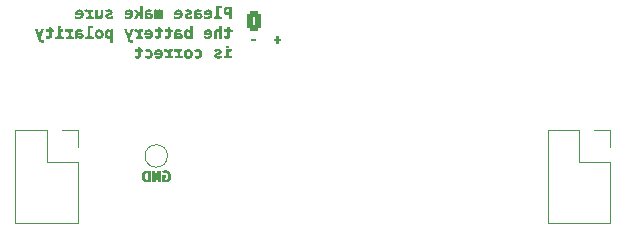
<source format=gbo>
G04 #@! TF.GenerationSoftware,KiCad,Pcbnew,9.0.1*
G04 #@! TF.CreationDate,2025-05-19T19:02:10+12:00*
G04 #@! TF.ProjectId,breadbat,62726561-6462-4617-942e-6b696361645f,v1.0.0*
G04 #@! TF.SameCoordinates,Original*
G04 #@! TF.FileFunction,Legend,Bot*
G04 #@! TF.FilePolarity,Positive*
%FSLAX46Y46*%
G04 Gerber Fmt 4.6, Leading zero omitted, Abs format (unit mm)*
G04 Created by KiCad (PCBNEW 9.0.1) date 2025-05-19 19:02:10*
%MOMM*%
%LPD*%
G01*
G04 APERTURE LIST*
G04 Aperture macros list*
%AMRoundRect*
0 Rectangle with rounded corners*
0 $1 Rounding radius*
0 $2 $3 $4 $5 $6 $7 $8 $9 X,Y pos of 4 corners*
0 Add a 4 corners polygon primitive as box body*
4,1,4,$2,$3,$4,$5,$6,$7,$8,$9,$2,$3,0*
0 Add four circle primitives for the rounded corners*
1,1,$1+$1,$2,$3*
1,1,$1+$1,$4,$5*
1,1,$1+$1,$6,$7*
1,1,$1+$1,$8,$9*
0 Add four rect primitives between the rounded corners*
20,1,$1+$1,$2,$3,$4,$5,0*
20,1,$1+$1,$4,$5,$6,$7,0*
20,1,$1+$1,$6,$7,$8,$9,0*
20,1,$1+$1,$8,$9,$2,$3,0*%
G04 Aperture macros list end*
%ADD10C,0.153000*%
%ADD11C,0.080000*%
%ADD12O,1.200000X1.750000*%
%ADD13RoundRect,0.250000X-0.350000X-0.625000X0.350000X-0.625000X0.350000X0.625000X-0.350000X0.625000X0*%
%ADD14O,1.000000X1.700000*%
%ADD15R,1.700000X1.700000*%
%ADD16C,1.700000*%
%ADD17C,1.500000*%
%ADD18C,0.800000*%
%ADD19C,0.600000*%
G04 APERTURE END LIST*
D10*
G36*
X99367512Y-60284497D02*
G01*
X99367512Y-60074509D01*
X98947475Y-60074509D01*
X98947475Y-60284497D01*
X99367512Y-60284497D01*
G37*
G36*
X101251313Y-60502100D02*
G01*
X101251313Y-60255720D01*
X101479497Y-60255720D01*
X101479497Y-60072294D01*
X101251313Y-60072294D01*
X101251313Y-59821700D01*
X101065078Y-59821700D01*
X101065078Y-60072294D01*
X100835490Y-60072294D01*
X100835490Y-60255720D01*
X101065078Y-60255720D01*
X101065078Y-60502100D01*
X101251313Y-60502100D01*
G37*
G36*
X91663274Y-72261482D02*
G01*
X91743877Y-72257214D01*
X91813672Y-72245132D01*
X91874124Y-72226090D01*
X91926507Y-72200605D01*
X91974969Y-72166866D01*
X92016362Y-72126923D01*
X92051242Y-72080331D01*
X92079830Y-72026338D01*
X92106590Y-71949163D01*
X92123505Y-71860201D01*
X92129473Y-71757487D01*
X92124057Y-71656681D01*
X92108732Y-71569513D01*
X92084580Y-71494121D01*
X92052251Y-71428890D01*
X92011931Y-71372500D01*
X91962261Y-71324036D01*
X91904310Y-71285963D01*
X91836850Y-71257883D01*
X91758151Y-71240159D01*
X91666083Y-71233892D01*
X91581348Y-71238609D01*
X91506531Y-71252088D01*
X91436100Y-71272890D01*
X91376289Y-71296906D01*
X91449073Y-71495720D01*
X91496026Y-71474449D01*
X91543595Y-71458595D01*
X91592381Y-71448616D01*
X91642269Y-71445284D01*
X91700781Y-71450568D01*
X91749434Y-71465459D01*
X91790158Y-71489254D01*
X91824291Y-71522281D01*
X91850071Y-71561874D01*
X91869759Y-71611577D01*
X91882623Y-71673582D01*
X91887306Y-71750526D01*
X91880869Y-71837950D01*
X91863093Y-71908512D01*
X91835526Y-71965399D01*
X91806273Y-72000990D01*
X91770655Y-72026141D01*
X91727432Y-72041740D01*
X91674509Y-72047281D01*
X91637445Y-72044534D01*
X91593299Y-72036107D01*
X91593299Y-71856894D01*
X91709497Y-71856894D01*
X91709497Y-71662294D01*
X91373480Y-71662294D01*
X91373480Y-72201277D01*
X91452586Y-72229547D01*
X91522590Y-72247500D01*
X91592333Y-72257979D01*
X91663274Y-72261482D01*
G37*
G36*
X91262288Y-72247500D02*
G01*
X91262288Y-71247875D01*
X90930484Y-71247875D01*
X90741502Y-72027681D01*
X90735884Y-72027681D01*
X90749195Y-71859703D01*
X90754080Y-71721095D01*
X90754080Y-71247875D01*
X90534262Y-71247875D01*
X90534262Y-72247500D01*
X90857700Y-72247500D01*
X91052301Y-71474715D01*
X91057857Y-71474715D01*
X91049492Y-71593722D01*
X91045279Y-71673529D01*
X91043203Y-71732330D01*
X91042470Y-71788323D01*
X91042470Y-72247500D01*
X91262288Y-72247500D01*
G37*
G36*
X90423070Y-72247500D02*
G01*
X90140237Y-72247500D01*
X90044714Y-72240448D01*
X89961641Y-72220319D01*
X89888972Y-72188026D01*
X89839444Y-72154987D01*
X89795883Y-72115075D01*
X89757856Y-72067778D01*
X89725207Y-72012294D01*
X89700814Y-71953924D01*
X89682614Y-71887636D01*
X89671116Y-71812315D01*
X89667538Y-71736482D01*
X89914862Y-71736482D01*
X89918968Y-71813969D01*
X89930220Y-71876438D01*
X89947324Y-71926432D01*
X89969450Y-71966132D01*
X89999748Y-71999830D01*
X90036805Y-72023965D01*
X90082004Y-72039079D01*
X90137489Y-72044473D01*
X90190673Y-72044473D01*
X90190673Y-71450901D01*
X90122041Y-71450901D01*
X90067657Y-71456597D01*
X90023629Y-71472567D01*
X89987665Y-71498256D01*
X89958426Y-71534623D01*
X89935720Y-71584005D01*
X89920525Y-71649854D01*
X89914862Y-71736482D01*
X89667538Y-71736482D01*
X89667077Y-71726713D01*
X89672586Y-71631764D01*
X89688116Y-71550588D01*
X89712529Y-71481167D01*
X89745207Y-71421787D01*
X89786085Y-71371095D01*
X89835647Y-71328100D01*
X89892619Y-71294194D01*
X89958091Y-71269175D01*
X90033514Y-71253422D01*
X90120636Y-71247875D01*
X90423070Y-71247875D01*
X90423070Y-72247500D01*
G37*
G36*
X97293480Y-58397500D02*
G01*
X97062487Y-58397500D01*
X97062487Y-58065696D01*
X96930901Y-58065696D01*
X96847021Y-58059733D01*
X96779968Y-58043352D01*
X96726531Y-58018129D01*
X96679423Y-57982422D01*
X96642382Y-57940180D01*
X96614485Y-57890696D01*
X96595210Y-57836525D01*
X96583490Y-57778875D01*
X96579679Y-57719909D01*
X96824473Y-57719909D01*
X96828941Y-57765215D01*
X96841144Y-57799873D01*
X96860193Y-57826338D01*
X96886123Y-57846054D01*
X96918419Y-57858333D01*
X96958928Y-57862730D01*
X97062487Y-57862730D01*
X97062487Y-57600901D01*
X96954715Y-57600901D01*
X96909187Y-57605226D01*
X96876965Y-57616631D01*
X96854576Y-57633813D01*
X96838189Y-57657346D01*
X96828058Y-57685614D01*
X96824473Y-57719909D01*
X96579679Y-57719909D01*
X96579497Y-57717100D01*
X96585548Y-57640466D01*
X96602490Y-57577000D01*
X96629209Y-57524282D01*
X96665593Y-57480490D01*
X96710667Y-57446309D01*
X96766991Y-57420583D01*
X96837028Y-57403919D01*
X96923879Y-57397875D01*
X97293480Y-57397875D01*
X97293480Y-58397500D01*
G37*
G36*
X96482288Y-58397500D02*
G01*
X96482288Y-58226713D01*
X96221864Y-58201495D01*
X96221864Y-57529521D01*
X96427700Y-57511325D01*
X96427700Y-57333517D01*
X95976889Y-57333517D01*
X95976889Y-58201495D01*
X95754262Y-58226713D01*
X95754262Y-58397500D01*
X96482288Y-58397500D01*
G37*
G36*
X95344826Y-57614259D02*
G01*
X95408159Y-57628189D01*
X95462367Y-57650221D01*
X95508847Y-57680019D01*
X95548609Y-57717833D01*
X95588554Y-57774283D01*
X95617943Y-57840441D01*
X95636496Y-57918143D01*
X95643070Y-58009703D01*
X95638347Y-58086895D01*
X95624948Y-58153711D01*
X95603709Y-58211665D01*
X95575014Y-58262031D01*
X95538778Y-58305786D01*
X95495743Y-58341954D01*
X95444681Y-58370932D01*
X95384300Y-58392658D01*
X95312942Y-58406538D01*
X95228651Y-58411482D01*
X95165511Y-58408674D01*
X95091448Y-58399576D01*
X95017319Y-58382649D01*
X94945879Y-58355490D01*
X94945879Y-58159485D01*
X95002693Y-58188469D01*
X95064886Y-58208517D01*
X95129284Y-58220102D01*
X95192259Y-58223904D01*
X95254051Y-58219663D01*
X95304726Y-58207890D01*
X95346254Y-58189588D01*
X95380753Y-58162611D01*
X95402764Y-58128902D01*
X95413482Y-58086700D01*
X94916448Y-58086700D01*
X94916448Y-57980272D01*
X94920739Y-57922875D01*
X95139075Y-57922875D01*
X95409269Y-57922875D01*
X95402154Y-57884944D01*
X95389039Y-57852602D01*
X95370068Y-57824872D01*
X95345181Y-57803653D01*
X95313242Y-57790438D01*
X95272065Y-57785671D01*
X95233505Y-57790075D01*
X95202087Y-57802520D01*
X95176200Y-57822796D01*
X95156677Y-57849525D01*
X95144171Y-57882339D01*
X95139075Y-57922875D01*
X94920739Y-57922875D01*
X94922806Y-57895235D01*
X94940763Y-57823141D01*
X94969269Y-57761773D01*
X95008161Y-57709406D01*
X95057072Y-57666904D01*
X95115690Y-57635884D01*
X95185991Y-57616304D01*
X95270661Y-57609328D01*
X95344826Y-57614259D01*
G37*
G36*
X94513207Y-57613564D02*
G01*
X94593192Y-57626120D01*
X94670843Y-57647741D01*
X94746454Y-57679303D01*
X94672266Y-57847281D01*
X94614304Y-57824553D01*
X94557472Y-57810218D01*
X94501438Y-57802161D01*
X94455256Y-57799715D01*
X94393468Y-57805696D01*
X94358658Y-57820048D01*
X94342489Y-57835573D01*
X94332709Y-57855398D01*
X94329227Y-57880926D01*
X94329227Y-57907487D01*
X94490244Y-57913105D01*
X94579297Y-57922248D01*
X94653337Y-57942536D01*
X94697971Y-57963826D01*
X94734495Y-57990609D01*
X94763979Y-58023014D01*
X94785303Y-58060878D01*
X94798930Y-58107939D01*
X94803852Y-58166507D01*
X94799543Y-58219659D01*
X94787194Y-58266034D01*
X94767235Y-58306820D01*
X94739494Y-58342911D01*
X94705333Y-58371413D01*
X94662432Y-58392723D01*
X94608840Y-58406488D01*
X94542023Y-58411482D01*
X94476994Y-58405193D01*
X94438336Y-58395308D01*
X94394378Y-58376495D01*
X94352726Y-58348515D01*
X94311031Y-58305115D01*
X94305474Y-58305115D01*
X94278852Y-58397500D01*
X94096830Y-58397500D01*
X94096830Y-58093722D01*
X94329227Y-58093722D01*
X94334762Y-58135136D01*
X94350181Y-58166749D01*
X94375450Y-58190992D01*
X94407494Y-58208426D01*
X94442251Y-58218917D01*
X94480474Y-58222500D01*
X94526437Y-58216741D01*
X94554825Y-58202051D01*
X94571187Y-58179619D01*
X94577072Y-58146906D01*
X94572246Y-58116817D01*
X94558717Y-58094601D01*
X94535795Y-58078274D01*
X94488778Y-58064100D01*
X94410437Y-58057269D01*
X94329227Y-58055926D01*
X94329227Y-58093722D01*
X94096830Y-58093722D01*
X94096830Y-57869691D01*
X94102466Y-57805367D01*
X94118212Y-57752817D01*
X94143120Y-57709713D01*
X94177369Y-57674419D01*
X94218553Y-57648260D01*
X94272296Y-57627887D01*
X94341599Y-57614332D01*
X94430038Y-57609328D01*
X94513207Y-57613564D01*
G37*
G36*
X93652430Y-58411482D02*
G01*
X93719692Y-58408878D01*
X93788229Y-58400980D01*
X93856097Y-58387520D01*
X93922623Y-58368129D01*
X93922623Y-58152524D01*
X93846827Y-58183527D01*
X93774918Y-58205036D01*
X93703679Y-58218315D01*
X93639851Y-58222500D01*
X93596527Y-58219721D01*
X93560717Y-58211997D01*
X93540672Y-58202336D01*
X93529973Y-58189757D01*
X93526400Y-58173529D01*
X93532114Y-58152559D01*
X93550214Y-58135732D01*
X93615366Y-58107705D01*
X93711231Y-58071313D01*
X93775199Y-58040169D01*
X93823510Y-58009335D01*
X93858937Y-57978928D01*
X93885959Y-57942521D01*
X93902690Y-57898020D01*
X93908640Y-57843129D01*
X93902743Y-57785263D01*
X93886150Y-57737921D01*
X93859467Y-57698865D01*
X93821873Y-57666725D01*
X93777899Y-57643119D01*
X93724562Y-57625151D01*
X93660097Y-57613516D01*
X93582454Y-57609328D01*
X93512477Y-57612634D01*
X93441709Y-57622639D01*
X93370655Y-57640157D01*
X93292599Y-57668129D01*
X93369596Y-57851495D01*
X93425961Y-57826103D01*
X93478834Y-57810218D01*
X93531015Y-57801112D01*
X93575432Y-57798311D01*
X93616476Y-57801252D01*
X93644736Y-57808813D01*
X93664447Y-57823039D01*
X93670626Y-57843129D01*
X93666775Y-57858228D01*
X93654567Y-57871095D01*
X93635523Y-57881579D01*
X93601322Y-57894909D01*
X93501243Y-57932705D01*
X93433295Y-57961003D01*
X93382236Y-57988026D01*
X93339771Y-58020298D01*
X93310856Y-58056598D01*
X93293436Y-58100068D01*
X93287042Y-58158080D01*
X93291304Y-58206433D01*
X93303715Y-58250002D01*
X93324167Y-58289727D01*
X93352442Y-58323977D01*
X93390969Y-58353846D01*
X93441770Y-58379303D01*
X93496430Y-58396159D01*
X93565651Y-58407364D01*
X93652430Y-58411482D01*
G37*
G36*
X92827170Y-57614259D02*
G01*
X92890503Y-57628189D01*
X92944712Y-57650221D01*
X92991192Y-57680019D01*
X93030954Y-57717833D01*
X93070898Y-57774283D01*
X93100287Y-57840441D01*
X93118841Y-57918143D01*
X93125415Y-58009703D01*
X93120692Y-58086895D01*
X93107293Y-58153711D01*
X93086053Y-58211665D01*
X93057358Y-58262031D01*
X93021123Y-58305786D01*
X92978088Y-58341954D01*
X92927026Y-58370932D01*
X92866645Y-58392658D01*
X92795286Y-58406538D01*
X92710996Y-58411482D01*
X92647855Y-58408674D01*
X92573792Y-58399576D01*
X92499664Y-58382649D01*
X92428224Y-58355490D01*
X92428224Y-58159485D01*
X92485038Y-58188469D01*
X92547231Y-58208517D01*
X92611628Y-58220102D01*
X92674603Y-58223904D01*
X92736396Y-58219663D01*
X92787071Y-58207890D01*
X92828599Y-58189588D01*
X92863098Y-58162611D01*
X92885108Y-58128902D01*
X92895826Y-58086700D01*
X92398792Y-58086700D01*
X92398792Y-57980272D01*
X92403084Y-57922875D01*
X92621420Y-57922875D01*
X92891613Y-57922875D01*
X92884499Y-57884944D01*
X92871383Y-57852602D01*
X92852412Y-57824872D01*
X92827526Y-57803653D01*
X92795587Y-57790438D01*
X92754410Y-57785671D01*
X92715850Y-57790075D01*
X92684432Y-57802520D01*
X92658545Y-57822796D01*
X92639021Y-57849525D01*
X92626515Y-57882339D01*
X92621420Y-57922875D01*
X92403084Y-57922875D01*
X92405151Y-57895235D01*
X92423108Y-57823141D01*
X92451613Y-57761773D01*
X92490505Y-57709406D01*
X92539416Y-57666904D01*
X92598034Y-57635884D01*
X92668336Y-57616304D01*
X92753005Y-57609328D01*
X92827170Y-57614259D01*
G37*
G36*
X91474944Y-58397500D02*
G01*
X91474944Y-57623311D01*
X91308370Y-57623311D01*
X91284556Y-57724122D01*
X91270573Y-57724122D01*
X91246229Y-57672219D01*
X91216657Y-57638026D01*
X91192282Y-57622575D01*
X91162212Y-57612827D01*
X91124944Y-57609328D01*
X91082645Y-57613876D01*
X91051917Y-57626094D01*
X91029811Y-57645048D01*
X91006623Y-57685185D01*
X90993358Y-57740914D01*
X90984993Y-57740914D01*
X90954345Y-57684941D01*
X90923382Y-57645048D01*
X90898805Y-57625805D01*
X90867300Y-57613706D01*
X90826784Y-57609328D01*
X90787272Y-57613716D01*
X90758020Y-57625623D01*
X90736475Y-57644316D01*
X90713746Y-57684332D01*
X90699412Y-57743722D01*
X90693263Y-57811023D01*
X90690985Y-57896313D01*
X90690985Y-58397500D01*
X90896760Y-58397500D01*
X90896760Y-57900526D01*
X90899580Y-57851460D01*
X90905858Y-57827009D01*
X90918270Y-57811768D01*
X90937365Y-57806676D01*
X90954980Y-57809851D01*
X90967156Y-57818698D01*
X90975223Y-57834031D01*
X90981298Y-57863071D01*
X90983588Y-57901870D01*
X90983588Y-58397500D01*
X91182341Y-58397500D01*
X91182341Y-57900526D01*
X91184956Y-57851432D01*
X91190767Y-57827009D01*
X91202640Y-57811782D01*
X91221542Y-57806676D01*
X91239203Y-57809838D01*
X91251620Y-57818689D01*
X91260071Y-57834031D01*
X91266706Y-57862957D01*
X91269169Y-57900526D01*
X91269169Y-58397500D01*
X91474944Y-58397500D01*
G37*
G36*
X90317115Y-57613564D02*
G01*
X90397100Y-57626120D01*
X90474751Y-57647741D01*
X90550362Y-57679303D01*
X90476174Y-57847281D01*
X90418212Y-57824553D01*
X90361379Y-57810218D01*
X90305346Y-57802161D01*
X90259164Y-57799715D01*
X90197376Y-57805696D01*
X90162566Y-57820048D01*
X90146397Y-57835573D01*
X90136617Y-57855398D01*
X90133135Y-57880926D01*
X90133135Y-57907487D01*
X90294152Y-57913105D01*
X90383205Y-57922248D01*
X90457245Y-57942536D01*
X90501879Y-57963826D01*
X90538402Y-57990609D01*
X90567887Y-58023014D01*
X90589211Y-58060878D01*
X90602838Y-58107939D01*
X90607759Y-58166507D01*
X90603450Y-58219659D01*
X90591102Y-58266034D01*
X90571143Y-58306820D01*
X90543401Y-58342911D01*
X90509241Y-58371413D01*
X90466340Y-58392723D01*
X90412748Y-58406488D01*
X90345931Y-58411482D01*
X90280901Y-58405193D01*
X90242244Y-58395308D01*
X90198286Y-58376495D01*
X90156634Y-58348515D01*
X90114938Y-58305115D01*
X90109382Y-58305115D01*
X90082759Y-58397500D01*
X89900737Y-58397500D01*
X89900737Y-58093722D01*
X90133135Y-58093722D01*
X90138670Y-58135136D01*
X90154089Y-58166749D01*
X90179357Y-58190992D01*
X90211402Y-58208426D01*
X90246159Y-58218917D01*
X90284382Y-58222500D01*
X90330345Y-58216741D01*
X90358733Y-58202051D01*
X90375095Y-58179619D01*
X90380980Y-58146906D01*
X90376154Y-58116817D01*
X90362625Y-58094601D01*
X90339703Y-58078274D01*
X90292686Y-58064100D01*
X90214345Y-58057269D01*
X90133135Y-58055926D01*
X90133135Y-58093722D01*
X89900737Y-58093722D01*
X89900737Y-57869691D01*
X89906374Y-57805367D01*
X89922120Y-57752817D01*
X89947028Y-57709713D01*
X89981277Y-57674419D01*
X90022461Y-57648260D01*
X90076203Y-57627887D01*
X90145507Y-57614332D01*
X90233946Y-57609328D01*
X90317115Y-57613564D01*
G37*
G36*
X89768541Y-58397500D02*
G01*
X89768541Y-57333517D01*
X89523504Y-57333517D01*
X89523504Y-57753492D01*
X89524909Y-57829818D01*
X89529122Y-57915242D01*
X89536144Y-57991507D01*
X89530526Y-57991507D01*
X89483632Y-57920127D01*
X89431120Y-57843129D01*
X89275720Y-57623311D01*
X89004122Y-57623311D01*
X89239328Y-57936919D01*
X88991543Y-58397500D01*
X89261737Y-58397500D01*
X89405963Y-58103492D01*
X89523504Y-58201495D01*
X89523504Y-58397500D01*
X89768541Y-58397500D01*
G37*
G36*
X88631078Y-57614259D02*
G01*
X88694411Y-57628189D01*
X88748620Y-57650221D01*
X88795100Y-57680019D01*
X88834862Y-57717833D01*
X88874806Y-57774283D01*
X88904195Y-57840441D01*
X88922749Y-57918143D01*
X88929323Y-58009703D01*
X88924600Y-58086895D01*
X88911201Y-58153711D01*
X88889961Y-58211665D01*
X88861266Y-58262031D01*
X88825031Y-58305786D01*
X88781996Y-58341954D01*
X88730934Y-58370932D01*
X88670553Y-58392658D01*
X88599194Y-58406538D01*
X88514904Y-58411482D01*
X88451763Y-58408674D01*
X88377700Y-58399576D01*
X88303572Y-58382649D01*
X88232131Y-58355490D01*
X88232131Y-58159485D01*
X88288946Y-58188469D01*
X88351139Y-58208517D01*
X88415536Y-58220102D01*
X88478511Y-58223904D01*
X88540304Y-58219663D01*
X88590979Y-58207890D01*
X88632506Y-58189588D01*
X88667006Y-58162611D01*
X88689016Y-58128902D01*
X88699734Y-58086700D01*
X88202700Y-58086700D01*
X88202700Y-57980272D01*
X88206992Y-57922875D01*
X88425327Y-57922875D01*
X88695521Y-57922875D01*
X88688407Y-57884944D01*
X88675291Y-57852602D01*
X88656320Y-57824872D01*
X88631433Y-57803653D01*
X88599494Y-57790438D01*
X88558318Y-57785671D01*
X88519757Y-57790075D01*
X88488340Y-57802520D01*
X88462452Y-57822796D01*
X88442929Y-57849525D01*
X88430423Y-57882339D01*
X88425327Y-57922875D01*
X88206992Y-57922875D01*
X88209059Y-57895235D01*
X88227016Y-57823141D01*
X88255521Y-57761773D01*
X88294413Y-57709406D01*
X88343324Y-57666904D01*
X88401942Y-57635884D01*
X88472243Y-57616304D01*
X88556913Y-57609328D01*
X88631078Y-57614259D01*
G37*
G36*
X86938682Y-58411482D02*
G01*
X87005945Y-58408878D01*
X87074481Y-58400980D01*
X87142349Y-58387520D01*
X87208876Y-58368129D01*
X87208876Y-58152524D01*
X87133079Y-58183527D01*
X87061170Y-58205036D01*
X86989931Y-58218315D01*
X86926104Y-58222500D01*
X86882780Y-58219721D01*
X86846969Y-58211997D01*
X86826924Y-58202336D01*
X86816225Y-58189757D01*
X86812653Y-58173529D01*
X86818366Y-58152559D01*
X86836467Y-58135732D01*
X86901618Y-58107705D01*
X86997484Y-58071313D01*
X87061452Y-58040169D01*
X87109762Y-58009335D01*
X87145190Y-57978928D01*
X87172212Y-57942521D01*
X87188943Y-57898020D01*
X87194893Y-57843129D01*
X87188995Y-57785263D01*
X87172403Y-57737921D01*
X87145720Y-57698865D01*
X87108126Y-57666725D01*
X87064152Y-57643119D01*
X87010815Y-57625151D01*
X86946350Y-57613516D01*
X86868707Y-57609328D01*
X86798729Y-57612634D01*
X86727962Y-57622639D01*
X86656907Y-57640157D01*
X86578852Y-57668129D01*
X86655849Y-57851495D01*
X86712213Y-57826103D01*
X86765087Y-57810218D01*
X86817268Y-57801112D01*
X86861685Y-57798311D01*
X86902728Y-57801252D01*
X86930989Y-57808813D01*
X86950699Y-57823039D01*
X86956878Y-57843129D01*
X86953028Y-57858228D01*
X86940819Y-57871095D01*
X86921776Y-57881579D01*
X86887575Y-57894909D01*
X86787496Y-57932705D01*
X86719548Y-57961003D01*
X86668489Y-57988026D01*
X86626023Y-58020298D01*
X86597109Y-58056598D01*
X86579689Y-58100068D01*
X86573295Y-58158080D01*
X86577557Y-58206433D01*
X86589968Y-58250002D01*
X86610420Y-58289727D01*
X86638694Y-58323977D01*
X86677221Y-58353846D01*
X86728023Y-58379303D01*
X86782683Y-58396159D01*
X86851904Y-58407364D01*
X86938682Y-58411482D01*
G37*
G36*
X86151243Y-58412887D02*
G01*
X86219150Y-58407442D01*
X86273056Y-58392467D01*
X86315775Y-58369258D01*
X86349385Y-58338026D01*
X86375292Y-58299313D01*
X86394715Y-58252433D01*
X86407189Y-58195760D01*
X86411667Y-58127306D01*
X86411667Y-57623311D01*
X86166631Y-57623311D01*
X86166631Y-58051713D01*
X86163280Y-58105673D01*
X86154434Y-58145444D01*
X86141474Y-58174200D01*
X86121500Y-58196584D01*
X86093911Y-58210420D01*
X86056050Y-58215478D01*
X86022616Y-58212053D01*
X85997376Y-58202734D01*
X85978381Y-58188183D01*
X85957344Y-58157097D01*
X85944064Y-58113995D01*
X85937834Y-58065904D01*
X85935638Y-58011107D01*
X85935638Y-57623311D01*
X85690662Y-57623311D01*
X85690662Y-58397500D01*
X85872684Y-58397500D01*
X85904863Y-58300901D01*
X85918846Y-58300901D01*
X85944750Y-58334595D01*
X85975180Y-58362196D01*
X86010560Y-58384188D01*
X86049415Y-58399546D01*
X86095820Y-58409373D01*
X86151243Y-58412887D01*
G37*
G36*
X85586432Y-58397500D02*
G01*
X85586432Y-58223904D01*
X85382062Y-58201495D01*
X85382062Y-57819316D01*
X85554253Y-57799715D01*
X85554253Y-57623311D01*
X85214023Y-57623311D01*
X85176226Y-57749279D01*
X85165052Y-57749279D01*
X85145903Y-57711503D01*
X85120196Y-57678305D01*
X85087383Y-57649200D01*
X85049673Y-57627396D01*
X85006482Y-57614001D01*
X84956468Y-57609328D01*
X84899743Y-57612137D01*
X84860759Y-57617555D01*
X84808030Y-57630272D01*
X84865427Y-57861325D01*
X84891004Y-57852179D01*
X84924961Y-57845938D01*
X84981625Y-57841725D01*
X85031763Y-57847603D01*
X85073611Y-57864402D01*
X85109059Y-57892100D01*
X85134605Y-57928900D01*
X85151605Y-57980874D01*
X85158030Y-58053117D01*
X85158030Y-58201495D01*
X84942424Y-58223904D01*
X84942424Y-58397500D01*
X85586432Y-58397500D01*
G37*
G36*
X84434986Y-57614259D02*
G01*
X84498319Y-57628189D01*
X84552528Y-57650221D01*
X84599008Y-57680019D01*
X84638770Y-57717833D01*
X84678714Y-57774283D01*
X84708103Y-57840441D01*
X84726657Y-57918143D01*
X84733230Y-58009703D01*
X84728508Y-58086895D01*
X84715109Y-58153711D01*
X84693869Y-58211665D01*
X84665174Y-58262031D01*
X84628939Y-58305786D01*
X84585904Y-58341954D01*
X84534842Y-58370932D01*
X84474460Y-58392658D01*
X84403102Y-58406538D01*
X84318811Y-58411482D01*
X84255671Y-58408674D01*
X84181608Y-58399576D01*
X84107479Y-58382649D01*
X84036039Y-58355490D01*
X84036039Y-58159485D01*
X84092853Y-58188469D01*
X84155047Y-58208517D01*
X84219444Y-58220102D01*
X84282419Y-58223904D01*
X84344211Y-58219663D01*
X84394887Y-58207890D01*
X84436414Y-58189588D01*
X84470914Y-58162611D01*
X84492924Y-58128902D01*
X84503642Y-58086700D01*
X84006608Y-58086700D01*
X84006608Y-57980272D01*
X84010900Y-57922875D01*
X84229235Y-57922875D01*
X84499429Y-57922875D01*
X84492315Y-57884944D01*
X84479199Y-57852602D01*
X84460228Y-57824872D01*
X84435341Y-57803653D01*
X84403402Y-57790438D01*
X84362226Y-57785671D01*
X84323665Y-57790075D01*
X84292248Y-57802520D01*
X84266360Y-57822796D01*
X84246837Y-57849525D01*
X84234331Y-57882339D01*
X84229235Y-57922875D01*
X84010900Y-57922875D01*
X84012967Y-57895235D01*
X84030924Y-57823141D01*
X84059429Y-57761773D01*
X84098321Y-57709406D01*
X84147232Y-57666904D01*
X84205850Y-57635884D01*
X84276151Y-57616304D01*
X84360821Y-57609328D01*
X84434986Y-57614259D01*
G37*
G36*
X96859521Y-60091482D02*
G01*
X96932926Y-60087148D01*
X96989955Y-60075447D01*
X97033789Y-60057899D01*
X97072266Y-60031658D01*
X97102096Y-59998389D01*
X97124098Y-59957149D01*
X97138273Y-59911552D01*
X97147433Y-59856994D01*
X97150720Y-59791919D01*
X97150720Y-59499316D01*
X97343916Y-59499316D01*
X97343916Y-59380308D01*
X97125502Y-59304715D01*
X97087705Y-59129715D01*
X96905683Y-59129715D01*
X96905683Y-59303311D01*
X96638299Y-59303311D01*
X96638299Y-59499316D01*
X96905683Y-59499316D01*
X96905683Y-59755526D01*
X96899574Y-59813269D01*
X96884678Y-59846507D01*
X96861327Y-59869666D01*
X96835708Y-59881495D01*
X96788080Y-59888517D01*
X96720181Y-59882227D01*
X96635490Y-59857681D01*
X96635490Y-60052281D01*
X96696499Y-60070653D01*
X96751017Y-60082384D01*
X96805067Y-60089208D01*
X96859521Y-60091482D01*
G37*
G36*
X96475266Y-60077500D02*
G01*
X96475266Y-59013517D01*
X96230291Y-59013517D01*
X96230291Y-59174473D01*
X96235176Y-59287923D01*
X96242869Y-59401313D01*
X96228886Y-59401313D01*
X96202223Y-59365420D01*
X96173353Y-59337516D01*
X96142119Y-59316622D01*
X96107452Y-59302008D01*
X96065906Y-59292669D01*
X96016090Y-59289328D01*
X95949949Y-59294819D01*
X95896561Y-59310050D01*
X95853415Y-59333901D01*
X95818681Y-59366325D01*
X95791581Y-59406225D01*
X95771517Y-59453326D01*
X95758787Y-59508991D01*
X95754262Y-59574909D01*
X95754262Y-60077500D01*
X95999298Y-60077500D01*
X95999298Y-59656120D01*
X96002286Y-59601016D01*
X96010182Y-59560007D01*
X96021707Y-59530090D01*
X96040281Y-59506662D01*
X96067640Y-59492089D01*
X96107070Y-59486676D01*
X96145069Y-59492456D01*
X96175703Y-59509085D01*
X96198724Y-59537368D01*
X96216980Y-59586816D01*
X96226477Y-59647409D01*
X96230291Y-59740078D01*
X96230291Y-60077500D01*
X96475266Y-60077500D01*
G37*
G36*
X95344826Y-59294259D02*
G01*
X95408159Y-59308189D01*
X95462367Y-59330221D01*
X95508847Y-59360019D01*
X95548609Y-59397833D01*
X95588554Y-59454283D01*
X95617943Y-59520441D01*
X95636496Y-59598143D01*
X95643070Y-59689703D01*
X95638347Y-59766895D01*
X95624948Y-59833711D01*
X95603709Y-59891665D01*
X95575014Y-59942031D01*
X95538778Y-59985786D01*
X95495743Y-60021954D01*
X95444681Y-60050932D01*
X95384300Y-60072658D01*
X95312942Y-60086538D01*
X95228651Y-60091482D01*
X95165511Y-60088674D01*
X95091448Y-60079576D01*
X95017319Y-60062649D01*
X94945879Y-60035490D01*
X94945879Y-59839485D01*
X95002693Y-59868469D01*
X95064886Y-59888517D01*
X95129284Y-59900102D01*
X95192259Y-59903904D01*
X95254051Y-59899663D01*
X95304726Y-59887890D01*
X95346254Y-59869588D01*
X95380753Y-59842611D01*
X95402764Y-59808902D01*
X95413482Y-59766700D01*
X94916448Y-59766700D01*
X94916448Y-59660272D01*
X94920739Y-59602875D01*
X95139075Y-59602875D01*
X95409269Y-59602875D01*
X95402154Y-59564944D01*
X95389039Y-59532602D01*
X95370068Y-59504872D01*
X95345181Y-59483653D01*
X95313242Y-59470438D01*
X95272065Y-59465671D01*
X95233505Y-59470075D01*
X95202087Y-59482520D01*
X95176200Y-59502796D01*
X95156677Y-59529525D01*
X95144171Y-59562339D01*
X95139075Y-59602875D01*
X94920739Y-59602875D01*
X94922806Y-59575235D01*
X94940763Y-59503141D01*
X94969269Y-59441773D01*
X95008161Y-59389406D01*
X95057072Y-59346904D01*
X95115690Y-59315884D01*
X95185991Y-59296304D01*
X95270661Y-59289328D01*
X95344826Y-59294259D01*
G37*
G36*
X93957611Y-60077500D02*
G01*
X93775650Y-60077500D01*
X93733640Y-59999098D01*
X93716849Y-59999098D01*
X93668686Y-60043792D01*
X93618114Y-60071210D01*
X93563676Y-60086480D01*
X93509609Y-60091482D01*
X93457309Y-60087447D01*
X93412976Y-60076042D01*
X93375214Y-60057899D01*
X93341278Y-60032971D01*
X93311987Y-60002807D01*
X93287042Y-59966919D01*
X93258300Y-59906569D01*
X93238011Y-59836737D01*
X93226501Y-59763156D01*
X93222623Y-59686894D01*
X93467599Y-59686894D01*
X93472172Y-59758596D01*
X93484070Y-59809664D01*
X93501243Y-59845102D01*
X93526923Y-59873226D01*
X93558045Y-59889740D01*
X93596437Y-59895478D01*
X93629693Y-59890514D01*
X93658201Y-59875928D01*
X93683265Y-59850720D01*
X93699942Y-59818541D01*
X93712028Y-59766964D01*
X93716849Y-59688299D01*
X93712282Y-59613454D01*
X93700740Y-59563456D01*
X93684670Y-59531495D01*
X93660336Y-59506562D01*
X93631008Y-59491811D01*
X93595033Y-59486676D01*
X93555604Y-59492304D01*
X93524564Y-59508260D01*
X93499839Y-59534975D01*
X93483389Y-59568954D01*
X93471985Y-59617985D01*
X93467599Y-59686894D01*
X93222623Y-59686894D01*
X93226159Y-59613326D01*
X93236667Y-59541997D01*
X93255457Y-59473904D01*
X93282829Y-59413892D01*
X93306870Y-59377961D01*
X93335252Y-59347807D01*
X93368253Y-59322911D01*
X93405108Y-59304769D01*
X93448498Y-59293366D01*
X93499839Y-59289328D01*
X93561289Y-59296153D01*
X93619579Y-59316622D01*
X93654750Y-59338014D01*
X93687093Y-59367287D01*
X93716849Y-59405526D01*
X93726618Y-59405526D01*
X93719658Y-59308257D01*
X93716849Y-59255683D01*
X93716849Y-59013517D01*
X93957611Y-59013517D01*
X93957611Y-60077500D01*
G37*
G36*
X92834770Y-59293564D02*
G01*
X92914755Y-59306120D01*
X92992406Y-59327741D01*
X93068018Y-59359303D01*
X92993829Y-59527281D01*
X92935868Y-59504553D01*
X92879035Y-59490218D01*
X92823001Y-59482161D01*
X92776819Y-59479715D01*
X92715031Y-59485696D01*
X92680221Y-59500048D01*
X92664052Y-59515573D01*
X92654272Y-59535398D01*
X92650790Y-59560926D01*
X92650790Y-59587487D01*
X92811807Y-59593105D01*
X92900860Y-59602248D01*
X92974900Y-59622536D01*
X93019535Y-59643826D01*
X93056058Y-59670609D01*
X93085542Y-59703014D01*
X93106866Y-59740878D01*
X93120493Y-59787939D01*
X93125415Y-59846507D01*
X93121106Y-59899659D01*
X93108757Y-59946034D01*
X93088799Y-59986820D01*
X93061057Y-60022911D01*
X93026897Y-60051413D01*
X92983995Y-60072723D01*
X92930403Y-60086488D01*
X92863586Y-60091482D01*
X92798557Y-60085193D01*
X92759899Y-60075308D01*
X92715942Y-60056495D01*
X92674289Y-60028515D01*
X92632594Y-59985115D01*
X92627037Y-59985115D01*
X92600415Y-60077500D01*
X92418393Y-60077500D01*
X92418393Y-59773722D01*
X92650790Y-59773722D01*
X92656325Y-59815136D01*
X92671744Y-59846749D01*
X92697013Y-59870992D01*
X92729057Y-59888426D01*
X92763814Y-59898917D01*
X92802037Y-59902500D01*
X92848000Y-59896741D01*
X92876388Y-59882051D01*
X92892750Y-59859619D01*
X92898635Y-59826906D01*
X92893810Y-59796817D01*
X92880280Y-59774601D01*
X92857358Y-59758274D01*
X92810342Y-59744100D01*
X92732001Y-59737269D01*
X92650790Y-59735926D01*
X92650790Y-59773722D01*
X92418393Y-59773722D01*
X92418393Y-59549691D01*
X92424029Y-59485367D01*
X92439775Y-59432817D01*
X92464683Y-59389713D01*
X92498932Y-59354419D01*
X92540116Y-59328260D01*
X92593859Y-59307887D01*
X92663162Y-59294332D01*
X92751601Y-59289328D01*
X92834770Y-59293564D01*
G37*
G36*
X91824211Y-60091482D02*
G01*
X91897615Y-60087148D01*
X91954644Y-60075447D01*
X91998478Y-60057899D01*
X92036955Y-60031658D01*
X92066785Y-59998389D01*
X92088787Y-59957149D01*
X92102962Y-59911552D01*
X92112122Y-59856994D01*
X92115409Y-59791919D01*
X92115409Y-59499316D01*
X92308606Y-59499316D01*
X92308606Y-59380308D01*
X92090191Y-59304715D01*
X92052395Y-59129715D01*
X91870373Y-59129715D01*
X91870373Y-59303311D01*
X91602988Y-59303311D01*
X91602988Y-59499316D01*
X91870373Y-59499316D01*
X91870373Y-59755526D01*
X91864264Y-59813269D01*
X91849368Y-59846507D01*
X91826016Y-59869666D01*
X91800397Y-59881495D01*
X91752770Y-59888517D01*
X91684870Y-59882227D01*
X91600179Y-59857681D01*
X91600179Y-60052281D01*
X91661188Y-60070653D01*
X91715706Y-60082384D01*
X91769756Y-60089208D01*
X91824211Y-60091482D01*
G37*
G36*
X90984993Y-60091482D02*
G01*
X91058397Y-60087148D01*
X91115426Y-60075447D01*
X91159260Y-60057899D01*
X91197737Y-60031658D01*
X91227567Y-59998389D01*
X91249569Y-59957149D01*
X91263744Y-59911552D01*
X91272904Y-59856994D01*
X91276191Y-59791919D01*
X91276191Y-59499316D01*
X91469387Y-59499316D01*
X91469387Y-59380308D01*
X91250973Y-59304715D01*
X91213176Y-59129715D01*
X91031154Y-59129715D01*
X91031154Y-59303311D01*
X90763770Y-59303311D01*
X90763770Y-59499316D01*
X91031154Y-59499316D01*
X91031154Y-59755526D01*
X91025045Y-59813269D01*
X91010150Y-59846507D01*
X90986798Y-59869666D01*
X90961179Y-59881495D01*
X90913551Y-59888517D01*
X90845652Y-59882227D01*
X90760961Y-59857681D01*
X90760961Y-60052281D01*
X90821970Y-60070653D01*
X90876488Y-60082384D01*
X90930538Y-60089208D01*
X90984993Y-60091482D01*
G37*
G36*
X90309515Y-59294259D02*
G01*
X90372848Y-59308189D01*
X90427057Y-59330221D01*
X90473537Y-59360019D01*
X90513299Y-59397833D01*
X90553243Y-59454283D01*
X90582632Y-59520441D01*
X90601185Y-59598143D01*
X90607759Y-59689703D01*
X90603037Y-59766895D01*
X90589638Y-59833711D01*
X90568398Y-59891665D01*
X90539703Y-59942031D01*
X90503468Y-59985786D01*
X90460433Y-60021954D01*
X90409371Y-60050932D01*
X90348989Y-60072658D01*
X90277631Y-60086538D01*
X90193340Y-60091482D01*
X90130200Y-60088674D01*
X90056137Y-60079576D01*
X89982008Y-60062649D01*
X89910568Y-60035490D01*
X89910568Y-59839485D01*
X89967382Y-59868469D01*
X90029576Y-59888517D01*
X90093973Y-59900102D01*
X90156948Y-59903904D01*
X90218740Y-59899663D01*
X90269416Y-59887890D01*
X90310943Y-59869588D01*
X90345443Y-59842611D01*
X90367453Y-59808902D01*
X90378171Y-59766700D01*
X89881137Y-59766700D01*
X89881137Y-59660272D01*
X89885429Y-59602875D01*
X90103764Y-59602875D01*
X90373958Y-59602875D01*
X90366844Y-59564944D01*
X90353728Y-59532602D01*
X90334757Y-59504872D01*
X90309870Y-59483653D01*
X90277931Y-59470438D01*
X90236755Y-59465671D01*
X90198194Y-59470075D01*
X90166777Y-59482520D01*
X90140889Y-59502796D01*
X90121366Y-59529525D01*
X90108860Y-59562339D01*
X90103764Y-59602875D01*
X89885429Y-59602875D01*
X89887496Y-59575235D01*
X89905453Y-59503141D01*
X89933958Y-59441773D01*
X89972850Y-59389406D01*
X90021761Y-59346904D01*
X90080379Y-59315884D01*
X90150680Y-59296304D01*
X90235350Y-59289328D01*
X90309515Y-59294259D01*
G37*
G36*
X89782524Y-60077500D02*
G01*
X89782524Y-59903904D01*
X89578154Y-59881495D01*
X89578154Y-59499316D01*
X89750345Y-59479715D01*
X89750345Y-59303311D01*
X89410115Y-59303311D01*
X89372318Y-59429279D01*
X89361144Y-59429279D01*
X89341995Y-59391503D01*
X89316288Y-59358305D01*
X89283475Y-59329200D01*
X89245765Y-59307396D01*
X89202574Y-59294001D01*
X89152561Y-59289328D01*
X89095835Y-59292137D01*
X89056851Y-59297555D01*
X89004122Y-59310272D01*
X89061519Y-59541325D01*
X89087097Y-59532179D01*
X89121053Y-59525938D01*
X89177718Y-59521725D01*
X89227855Y-59527603D01*
X89269703Y-59544402D01*
X89305151Y-59572100D01*
X89330697Y-59608900D01*
X89347698Y-59660874D01*
X89354122Y-59733117D01*
X89354122Y-59881495D01*
X89138517Y-59903904D01*
X89138517Y-60077500D01*
X89782524Y-60077500D01*
G37*
G36*
X88810315Y-60420478D02*
G01*
X88862156Y-60417669D01*
X88918087Y-60409303D01*
X88918087Y-60223129D01*
X88878261Y-60229515D01*
X88843899Y-60231495D01*
X88793995Y-60226435D01*
X88753772Y-60212293D01*
X88721140Y-60189692D01*
X88694819Y-60157974D01*
X88674516Y-60115296D01*
X88657725Y-60067730D01*
X88971332Y-59303311D01*
X88708100Y-59303311D01*
X88577918Y-59710708D01*
X88561798Y-59766700D01*
X88547144Y-59838080D01*
X88542930Y-59838080D01*
X88529619Y-59763220D01*
X88517712Y-59709303D01*
X88409940Y-59303311D01*
X88159286Y-59303311D01*
X88454698Y-60154497D01*
X88490646Y-60237575D01*
X88533692Y-60302640D01*
X88583536Y-60352578D01*
X88626902Y-60381088D01*
X88678118Y-60402249D01*
X88738654Y-60415695D01*
X88810315Y-60420478D01*
G37*
G36*
X86848926Y-59295991D02*
G01*
X86907175Y-59315950D01*
X86942274Y-59336976D01*
X86974159Y-59365993D01*
X87003101Y-59404122D01*
X87015680Y-59404122D01*
X87068864Y-59303311D01*
X87243864Y-59303311D01*
X87243864Y-60413517D01*
X87003101Y-60413517D01*
X87003101Y-60123722D01*
X87007986Y-60057227D01*
X87015680Y-59999098D01*
X87003101Y-59999098D01*
X86972084Y-60030918D01*
X86939738Y-60054654D01*
X86905771Y-60071210D01*
X86851697Y-60086546D01*
X86800075Y-60091482D01*
X86739366Y-60085444D01*
X86686977Y-60068098D01*
X86641195Y-60039703D01*
X86602218Y-60001763D01*
X86569318Y-59954230D01*
X86542520Y-59895539D01*
X86524358Y-59833031D01*
X86512900Y-59762018D01*
X86509156Y-59686894D01*
X86753852Y-59686894D01*
X86757738Y-59753968D01*
X86768069Y-59804374D01*
X86783283Y-59841622D01*
X86806772Y-59871693D01*
X86836838Y-59889298D01*
X86875668Y-59895478D01*
X86911398Y-59889972D01*
X86941723Y-59873807D01*
X86968114Y-59845774D01*
X86985988Y-59810642D01*
X86998349Y-59759851D01*
X87003101Y-59688299D01*
X87003101Y-59668698D01*
X86998725Y-59607645D01*
X86987190Y-59563221D01*
X86970190Y-59531495D01*
X86945376Y-59506709D01*
X86914942Y-59491883D01*
X86877072Y-59486676D01*
X86836111Y-59492667D01*
X86805474Y-59509367D01*
X86782550Y-59537112D01*
X86767819Y-59572059D01*
X86757698Y-59620679D01*
X86753852Y-59686894D01*
X86509156Y-59686894D01*
X86508876Y-59681277D01*
X86512420Y-59607806D01*
X86522920Y-59537112D01*
X86541737Y-59469810D01*
X86569082Y-59411083D01*
X86593107Y-59376134D01*
X86621693Y-59346673D01*
X86655177Y-59322240D01*
X86692453Y-59304451D01*
X86736111Y-59293278D01*
X86787496Y-59289328D01*
X86848926Y-59295991D01*
G37*
G36*
X86137795Y-59295547D02*
G01*
X86205809Y-59312972D01*
X86262557Y-59340436D01*
X86312603Y-59378715D01*
X86353199Y-59425058D01*
X86385045Y-59480387D01*
X86407149Y-59540909D01*
X86420878Y-59608421D01*
X86425650Y-59684085D01*
X86420547Y-59763415D01*
X86405885Y-59833942D01*
X86382297Y-59896943D01*
X86348365Y-59954283D01*
X86305443Y-60001777D01*
X86252787Y-60040436D01*
X86193313Y-60067969D01*
X86123332Y-60085329D01*
X86040662Y-60091482D01*
X85958780Y-60085515D01*
X85890516Y-60068800D01*
X85833483Y-60042512D01*
X85783002Y-60005409D01*
X85742184Y-59959993D01*
X85710263Y-59905308D01*
X85688216Y-59845209D01*
X85674460Y-59777491D01*
X85669658Y-59700877D01*
X85670205Y-59692512D01*
X85906268Y-59692512D01*
X85910425Y-59751479D01*
X85921948Y-59799590D01*
X85939851Y-59838813D01*
X85966402Y-59870007D01*
X86001402Y-59888769D01*
X86047684Y-59895478D01*
X86093109Y-59888942D01*
X86127657Y-59870640D01*
X86154052Y-59840218D01*
X86171819Y-59801858D01*
X86183405Y-59753420D01*
X86187636Y-59692512D01*
X86183732Y-59635348D01*
X86172754Y-59587070D01*
X86155457Y-59546210D01*
X86136732Y-59520246D01*
X86113249Y-59502020D01*
X86084116Y-59490715D01*
X86047684Y-59486676D01*
X86001407Y-59493390D01*
X85966407Y-59512171D01*
X85939851Y-59543401D01*
X85922035Y-59582651D01*
X85910470Y-59631614D01*
X85906268Y-59692512D01*
X85670205Y-59692512D01*
X85675081Y-59617892D01*
X85690525Y-59545650D01*
X85715148Y-59482524D01*
X85750362Y-59425179D01*
X85794231Y-59377910D01*
X85847466Y-59339703D01*
X85907241Y-59312393D01*
X85976154Y-59295326D01*
X86056050Y-59289328D01*
X86137795Y-59295547D01*
G37*
G36*
X85572449Y-60077500D02*
G01*
X85572449Y-59906713D01*
X85312025Y-59881495D01*
X85312025Y-59209521D01*
X85517861Y-59191325D01*
X85517861Y-59013517D01*
X85067049Y-59013517D01*
X85067049Y-59881495D01*
X84844422Y-59906713D01*
X84844422Y-60077500D01*
X85572449Y-60077500D01*
G37*
G36*
X84442586Y-59293564D02*
G01*
X84522571Y-59306120D01*
X84600222Y-59327741D01*
X84675833Y-59359303D01*
X84601645Y-59527281D01*
X84543683Y-59504553D01*
X84486851Y-59490218D01*
X84430817Y-59482161D01*
X84384635Y-59479715D01*
X84322847Y-59485696D01*
X84288037Y-59500048D01*
X84271868Y-59515573D01*
X84262088Y-59535398D01*
X84258606Y-59560926D01*
X84258606Y-59587487D01*
X84419623Y-59593105D01*
X84508676Y-59602248D01*
X84582716Y-59622536D01*
X84627350Y-59643826D01*
X84663873Y-59670609D01*
X84693358Y-59703014D01*
X84714682Y-59740878D01*
X84728309Y-59787939D01*
X84733230Y-59846507D01*
X84728921Y-59899659D01*
X84716573Y-59946034D01*
X84696614Y-59986820D01*
X84668872Y-60022911D01*
X84634712Y-60051413D01*
X84591811Y-60072723D01*
X84538219Y-60086488D01*
X84471402Y-60091482D01*
X84406372Y-60085193D01*
X84367715Y-60075308D01*
X84323757Y-60056495D01*
X84282105Y-60028515D01*
X84240409Y-59985115D01*
X84234853Y-59985115D01*
X84208230Y-60077500D01*
X84026209Y-60077500D01*
X84026209Y-59773722D01*
X84258606Y-59773722D01*
X84264141Y-59815136D01*
X84279560Y-59846749D01*
X84304829Y-59870992D01*
X84336873Y-59888426D01*
X84371630Y-59898917D01*
X84409853Y-59902500D01*
X84455816Y-59896741D01*
X84484204Y-59882051D01*
X84500566Y-59859619D01*
X84506451Y-59826906D01*
X84501625Y-59796817D01*
X84488096Y-59774601D01*
X84465174Y-59758274D01*
X84418157Y-59744100D01*
X84339816Y-59737269D01*
X84258606Y-59735926D01*
X84258606Y-59773722D01*
X84026209Y-59773722D01*
X84026209Y-59549691D01*
X84031845Y-59485367D01*
X84047591Y-59432817D01*
X84072499Y-59389713D01*
X84106748Y-59354419D01*
X84147932Y-59328260D01*
X84201675Y-59307887D01*
X84270978Y-59294332D01*
X84359417Y-59289328D01*
X84442586Y-59293564D01*
G37*
G36*
X83907995Y-60077500D02*
G01*
X83907995Y-59903904D01*
X83703625Y-59881495D01*
X83703625Y-59499316D01*
X83875816Y-59479715D01*
X83875816Y-59303311D01*
X83535586Y-59303311D01*
X83497789Y-59429279D01*
X83486615Y-59429279D01*
X83467466Y-59391503D01*
X83441759Y-59358305D01*
X83408946Y-59329200D01*
X83371236Y-59307396D01*
X83328045Y-59294001D01*
X83278032Y-59289328D01*
X83221306Y-59292137D01*
X83182322Y-59297555D01*
X83129593Y-59310272D01*
X83186990Y-59541325D01*
X83212568Y-59532179D01*
X83246524Y-59525938D01*
X83303189Y-59521725D01*
X83353326Y-59527603D01*
X83395174Y-59544402D01*
X83430622Y-59572100D01*
X83456168Y-59608900D01*
X83473169Y-59660874D01*
X83479593Y-59733117D01*
X83479593Y-59881495D01*
X83263988Y-59903904D01*
X83263988Y-60077500D01*
X83907995Y-60077500D01*
G37*
G36*
X82672615Y-59236083D02*
G01*
X82730149Y-59230059D01*
X82769961Y-59214223D01*
X82796888Y-59190188D01*
X82813511Y-59157027D01*
X82819588Y-59111519D01*
X82813578Y-59067233D01*
X82797089Y-59034845D01*
X82770257Y-59011258D01*
X82730403Y-58995654D01*
X82672615Y-58989703D01*
X82624002Y-58993832D01*
X82588672Y-59004782D01*
X82563377Y-59021210D01*
X82544445Y-59044378D01*
X82532640Y-59073845D01*
X82528389Y-59111519D01*
X82532489Y-59148351D01*
X82544023Y-59178153D01*
X82562705Y-59202500D01*
X82587762Y-59220015D01*
X82623227Y-59231674D01*
X82672615Y-59236083D01*
G37*
G36*
X83054794Y-60077500D02*
G01*
X83054794Y-59903904D01*
X82794370Y-59881495D01*
X82794370Y-59499316D01*
X82994588Y-59479715D01*
X82994588Y-59303311D01*
X82549394Y-59303311D01*
X82549394Y-59881495D01*
X82326767Y-59903904D01*
X82326767Y-60077500D01*
X83054794Y-60077500D01*
G37*
G36*
X81753590Y-60091482D02*
G01*
X81826994Y-60087148D01*
X81884023Y-60075447D01*
X81927857Y-60057899D01*
X81966334Y-60031658D01*
X81996164Y-59998389D01*
X82018166Y-59957149D01*
X82032341Y-59911552D01*
X82041501Y-59856994D01*
X82044788Y-59791919D01*
X82044788Y-59499316D01*
X82237984Y-59499316D01*
X82237984Y-59380308D01*
X82019570Y-59304715D01*
X81981774Y-59129715D01*
X81799752Y-59129715D01*
X81799752Y-59303311D01*
X81532367Y-59303311D01*
X81532367Y-59499316D01*
X81799752Y-59499316D01*
X81799752Y-59755526D01*
X81793643Y-59813269D01*
X81778747Y-59846507D01*
X81755395Y-59869666D01*
X81729776Y-59881495D01*
X81682149Y-59888517D01*
X81614249Y-59882227D01*
X81529558Y-59857681D01*
X81529558Y-60052281D01*
X81590567Y-60070653D01*
X81645085Y-60082384D01*
X81699135Y-60089208D01*
X81753590Y-60091482D01*
G37*
G36*
X81257349Y-60420478D02*
G01*
X81309190Y-60417669D01*
X81365122Y-60409303D01*
X81365122Y-60223129D01*
X81325295Y-60229515D01*
X81290933Y-60231495D01*
X81241029Y-60226435D01*
X81200806Y-60212293D01*
X81168174Y-60189692D01*
X81141853Y-60157974D01*
X81121550Y-60115296D01*
X81104759Y-60067730D01*
X81418367Y-59303311D01*
X81155134Y-59303311D01*
X81024952Y-59710708D01*
X81008832Y-59766700D01*
X80994178Y-59838080D01*
X80989965Y-59838080D01*
X80976653Y-59763220D01*
X80964747Y-59709303D01*
X80856974Y-59303311D01*
X80606320Y-59303311D01*
X80901732Y-60154497D01*
X80937681Y-60237575D01*
X80980726Y-60302640D01*
X81030570Y-60352578D01*
X81073937Y-60381088D01*
X81125152Y-60402249D01*
X81185688Y-60415695D01*
X81257349Y-60420478D01*
G37*
G36*
X96939328Y-60916083D02*
G01*
X96996862Y-60910059D01*
X97036674Y-60894223D01*
X97063601Y-60870188D01*
X97080224Y-60837027D01*
X97086301Y-60791519D01*
X97080291Y-60747233D01*
X97063802Y-60714845D01*
X97036970Y-60691258D01*
X96997116Y-60675654D01*
X96939328Y-60669703D01*
X96890715Y-60673832D01*
X96855386Y-60684782D01*
X96830090Y-60701210D01*
X96811158Y-60724378D01*
X96799353Y-60753845D01*
X96795102Y-60791519D01*
X96799202Y-60828351D01*
X96810737Y-60858153D01*
X96829419Y-60882500D01*
X96854475Y-60900015D01*
X96889940Y-60911674D01*
X96939328Y-60916083D01*
G37*
G36*
X97321507Y-61757500D02*
G01*
X97321507Y-61583904D01*
X97061083Y-61561495D01*
X97061083Y-61179316D01*
X97261301Y-61159715D01*
X97261301Y-60983311D01*
X96816107Y-60983311D01*
X96816107Y-61561495D01*
X96593480Y-61583904D01*
X96593480Y-61757500D01*
X97321507Y-61757500D01*
G37*
G36*
X96170085Y-61771482D02*
G01*
X96237348Y-61768878D01*
X96305884Y-61760980D01*
X96373752Y-61747520D01*
X96440279Y-61728129D01*
X96440279Y-61512524D01*
X96364482Y-61543527D01*
X96292573Y-61565036D01*
X96221334Y-61578315D01*
X96157506Y-61582500D01*
X96114183Y-61579721D01*
X96078372Y-61571997D01*
X96058327Y-61562336D01*
X96047628Y-61549757D01*
X96044056Y-61533529D01*
X96049769Y-61512559D01*
X96067869Y-61495732D01*
X96133021Y-61467705D01*
X96228886Y-61431313D01*
X96292854Y-61400169D01*
X96341165Y-61369335D01*
X96376592Y-61338928D01*
X96403614Y-61302521D01*
X96420345Y-61258020D01*
X96426296Y-61203129D01*
X96420398Y-61145263D01*
X96403805Y-61097921D01*
X96377123Y-61058865D01*
X96339528Y-61026725D01*
X96295555Y-61003119D01*
X96242218Y-60985151D01*
X96177752Y-60973516D01*
X96100109Y-60969328D01*
X96030132Y-60972634D01*
X95959364Y-60982639D01*
X95888310Y-61000157D01*
X95810254Y-61028129D01*
X95887252Y-61211495D01*
X95943616Y-61186103D01*
X95996489Y-61170218D01*
X96048671Y-61161112D01*
X96093087Y-61158311D01*
X96134131Y-61161252D01*
X96162391Y-61168813D01*
X96182102Y-61183039D01*
X96188281Y-61203129D01*
X96184430Y-61218228D01*
X96172222Y-61231095D01*
X96153178Y-61241579D01*
X96118977Y-61254909D01*
X96018899Y-61292705D01*
X95950951Y-61321003D01*
X95899891Y-61348026D01*
X95857426Y-61380298D01*
X95828511Y-61416598D01*
X95811092Y-61460068D01*
X95804698Y-61518080D01*
X95808959Y-61566433D01*
X95821370Y-61610002D01*
X95841823Y-61649727D01*
X95870097Y-61683977D01*
X95908624Y-61713846D01*
X95959426Y-61739303D01*
X96014085Y-61756159D01*
X96083306Y-61767364D01*
X96170085Y-61771482D01*
G37*
G36*
X94402072Y-61771482D02*
G01*
X94478730Y-61766809D01*
X94543431Y-61753699D01*
X94598028Y-61733171D01*
X94644079Y-61705744D01*
X94682768Y-61671404D01*
X94721458Y-61619141D01*
X94750435Y-61554858D01*
X94769094Y-61476028D01*
X94775825Y-61379473D01*
X94770942Y-61296229D01*
X94757106Y-61224207D01*
X94735219Y-61161791D01*
X94703014Y-61104909D01*
X94661510Y-61057902D01*
X94609923Y-61019703D01*
X94551340Y-60992864D01*
X94479310Y-60975572D01*
X94390837Y-60969328D01*
X94321042Y-60972988D01*
X94250886Y-60984043D01*
X94182444Y-61002783D01*
X94117834Y-61029473D01*
X94190619Y-61208686D01*
X94252464Y-61186640D01*
X94295643Y-61175102D01*
X94335832Y-61168714D01*
X94372641Y-61166676D01*
X94424001Y-61172411D01*
X94463518Y-61188220D01*
X94494018Y-61213408D01*
X94516959Y-61249194D01*
X94532169Y-61298485D01*
X94537871Y-61365490D01*
X94531295Y-61440605D01*
X94514177Y-61492690D01*
X94488900Y-61527911D01*
X94453745Y-61554152D01*
X94413185Y-61569981D01*
X94365619Y-61575478D01*
X94323114Y-61572340D01*
X94266273Y-61561495D01*
X94208667Y-61540895D01*
X94147266Y-61504098D01*
X94147266Y-61712681D01*
X94208718Y-61739373D01*
X94271891Y-61757500D01*
X94336619Y-61767987D01*
X94402072Y-61771482D01*
G37*
G36*
X93690761Y-60975547D02*
G01*
X93758775Y-60992972D01*
X93815523Y-61020436D01*
X93865569Y-61058715D01*
X93906164Y-61105058D01*
X93938011Y-61160387D01*
X93960115Y-61220909D01*
X93973844Y-61288421D01*
X93978616Y-61364085D01*
X93973513Y-61443415D01*
X93958851Y-61513942D01*
X93935263Y-61576943D01*
X93901331Y-61634283D01*
X93858409Y-61681777D01*
X93805753Y-61720436D01*
X93746279Y-61747969D01*
X93676298Y-61765329D01*
X93593628Y-61771482D01*
X93511746Y-61765515D01*
X93443482Y-61748800D01*
X93386449Y-61722512D01*
X93335968Y-61685409D01*
X93295150Y-61639993D01*
X93263229Y-61585308D01*
X93241182Y-61525209D01*
X93227426Y-61457491D01*
X93222623Y-61380877D01*
X93223170Y-61372512D01*
X93459234Y-61372512D01*
X93463391Y-61431479D01*
X93474914Y-61479590D01*
X93492817Y-61518813D01*
X93519368Y-61550007D01*
X93554368Y-61568769D01*
X93600650Y-61575478D01*
X93646075Y-61568942D01*
X93680623Y-61550640D01*
X93707018Y-61520218D01*
X93724785Y-61481858D01*
X93736371Y-61433420D01*
X93740601Y-61372512D01*
X93736698Y-61315348D01*
X93725720Y-61267070D01*
X93708422Y-61226210D01*
X93689698Y-61200246D01*
X93666215Y-61182020D01*
X93637082Y-61170715D01*
X93600650Y-61166676D01*
X93554373Y-61173390D01*
X93519373Y-61192171D01*
X93492817Y-61223401D01*
X93475000Y-61262651D01*
X93463436Y-61311614D01*
X93459234Y-61372512D01*
X93223170Y-61372512D01*
X93228047Y-61297892D01*
X93243490Y-61225650D01*
X93268114Y-61162524D01*
X93303328Y-61105179D01*
X93347197Y-61057910D01*
X93400432Y-61019703D01*
X93460207Y-60992393D01*
X93529120Y-60975326D01*
X93609016Y-60969328D01*
X93690761Y-60975547D01*
G37*
G36*
X93139398Y-61757500D02*
G01*
X93139398Y-61583904D01*
X92935027Y-61561495D01*
X92935027Y-61179316D01*
X93107219Y-61159715D01*
X93107219Y-60983311D01*
X92766988Y-60983311D01*
X92729192Y-61109279D01*
X92718018Y-61109279D01*
X92698868Y-61071503D01*
X92673162Y-61038305D01*
X92640348Y-61009200D01*
X92602639Y-60987396D01*
X92559447Y-60974001D01*
X92509434Y-60969328D01*
X92452709Y-60972137D01*
X92413725Y-60977555D01*
X92360996Y-60990272D01*
X92418393Y-61221325D01*
X92443970Y-61212179D01*
X92477927Y-61205938D01*
X92534591Y-61201725D01*
X92584728Y-61207603D01*
X92626576Y-61224402D01*
X92662025Y-61252100D01*
X92687571Y-61288900D01*
X92704571Y-61340874D01*
X92710996Y-61413117D01*
X92710996Y-61561495D01*
X92495390Y-61583904D01*
X92495390Y-61757500D01*
X93139398Y-61757500D01*
G37*
G36*
X92300179Y-61757500D02*
G01*
X92300179Y-61583904D01*
X92095809Y-61561495D01*
X92095809Y-61179316D01*
X92268000Y-61159715D01*
X92268000Y-60983311D01*
X91927770Y-60983311D01*
X91889973Y-61109279D01*
X91878799Y-61109279D01*
X91859650Y-61071503D01*
X91833943Y-61038305D01*
X91801130Y-61009200D01*
X91763421Y-60987396D01*
X91720229Y-60974001D01*
X91670216Y-60969328D01*
X91613490Y-60972137D01*
X91574507Y-60977555D01*
X91521777Y-60990272D01*
X91579174Y-61221325D01*
X91604752Y-61212179D01*
X91638709Y-61205938D01*
X91695373Y-61201725D01*
X91745510Y-61207603D01*
X91787358Y-61224402D01*
X91822807Y-61252100D01*
X91848352Y-61288900D01*
X91865353Y-61340874D01*
X91871777Y-61413117D01*
X91871777Y-61561495D01*
X91656172Y-61583904D01*
X91656172Y-61757500D01*
X92300179Y-61757500D01*
G37*
G36*
X91148733Y-60974259D02*
G01*
X91212066Y-60988189D01*
X91266275Y-61010221D01*
X91312755Y-61040019D01*
X91352517Y-61077833D01*
X91392462Y-61134283D01*
X91421851Y-61200441D01*
X91440404Y-61278143D01*
X91446978Y-61369703D01*
X91442255Y-61446895D01*
X91428856Y-61513711D01*
X91407616Y-61571665D01*
X91378922Y-61622031D01*
X91342686Y-61665786D01*
X91299651Y-61701954D01*
X91248589Y-61730932D01*
X91188208Y-61752658D01*
X91116850Y-61766538D01*
X91032559Y-61771482D01*
X90969419Y-61768674D01*
X90895355Y-61759576D01*
X90821227Y-61742649D01*
X90749787Y-61715490D01*
X90749787Y-61519485D01*
X90806601Y-61548469D01*
X90868794Y-61568517D01*
X90933191Y-61580102D01*
X90996167Y-61583904D01*
X91057959Y-61579663D01*
X91108634Y-61567890D01*
X91150162Y-61549588D01*
X91184661Y-61522611D01*
X91206672Y-61488902D01*
X91217390Y-61446700D01*
X90720355Y-61446700D01*
X90720355Y-61340272D01*
X90724647Y-61282875D01*
X90942983Y-61282875D01*
X91213176Y-61282875D01*
X91206062Y-61244944D01*
X91192947Y-61212602D01*
X91173975Y-61184872D01*
X91149089Y-61163653D01*
X91117150Y-61150438D01*
X91075973Y-61145671D01*
X91037413Y-61150075D01*
X91005995Y-61162520D01*
X90980108Y-61182796D01*
X90960585Y-61209525D01*
X90948078Y-61242339D01*
X90942983Y-61282875D01*
X90724647Y-61282875D01*
X90726714Y-61255235D01*
X90744671Y-61183141D01*
X90773177Y-61121773D01*
X90812069Y-61069406D01*
X90860979Y-61026904D01*
X90919597Y-60995884D01*
X90989899Y-60976304D01*
X91074569Y-60969328D01*
X91148733Y-60974259D01*
G37*
G36*
X90205980Y-61771482D02*
G01*
X90282638Y-61766809D01*
X90347339Y-61753699D01*
X90401936Y-61733171D01*
X90447987Y-61705744D01*
X90486676Y-61671404D01*
X90525366Y-61619141D01*
X90554343Y-61554858D01*
X90573002Y-61476028D01*
X90579733Y-61379473D01*
X90574850Y-61296229D01*
X90561014Y-61224207D01*
X90539127Y-61161791D01*
X90506922Y-61104909D01*
X90465418Y-61057902D01*
X90413831Y-61019703D01*
X90355248Y-60992864D01*
X90283218Y-60975572D01*
X90194745Y-60969328D01*
X90124950Y-60972988D01*
X90054794Y-60984043D01*
X89986352Y-61002783D01*
X89921742Y-61029473D01*
X89994527Y-61208686D01*
X90056372Y-61186640D01*
X90099551Y-61175102D01*
X90139740Y-61168714D01*
X90176549Y-61166676D01*
X90227909Y-61172411D01*
X90267426Y-61188220D01*
X90297926Y-61213408D01*
X90320867Y-61249194D01*
X90336077Y-61298485D01*
X90341779Y-61365490D01*
X90335203Y-61440605D01*
X90318085Y-61492690D01*
X90292808Y-61527911D01*
X90257653Y-61554152D01*
X90217093Y-61569981D01*
X90169527Y-61575478D01*
X90127022Y-61572340D01*
X90070181Y-61561495D01*
X90012575Y-61540895D01*
X89951174Y-61504098D01*
X89951174Y-61712681D01*
X90012626Y-61739373D01*
X90075799Y-61757500D01*
X90140527Y-61767987D01*
X90205980Y-61771482D01*
G37*
G36*
X89306556Y-61771482D02*
G01*
X89379960Y-61767148D01*
X89436989Y-61755447D01*
X89480823Y-61737899D01*
X89519300Y-61711658D01*
X89549130Y-61678389D01*
X89571132Y-61637149D01*
X89585307Y-61591552D01*
X89594467Y-61536994D01*
X89597754Y-61471919D01*
X89597754Y-61179316D01*
X89790950Y-61179316D01*
X89790950Y-61060308D01*
X89572536Y-60984715D01*
X89534740Y-60809715D01*
X89352718Y-60809715D01*
X89352718Y-60983311D01*
X89085333Y-60983311D01*
X89085333Y-61179316D01*
X89352718Y-61179316D01*
X89352718Y-61435526D01*
X89346609Y-61493269D01*
X89331713Y-61526507D01*
X89308361Y-61549666D01*
X89282742Y-61561495D01*
X89235115Y-61568517D01*
X89167215Y-61562227D01*
X89082524Y-61537681D01*
X89082524Y-61732281D01*
X89143533Y-61750653D01*
X89198051Y-61762384D01*
X89252101Y-61769208D01*
X89306556Y-61771482D01*
G37*
D11*
X78957500Y-67857500D02*
X78957500Y-75697500D01*
X81607500Y-67857500D02*
X78957500Y-67857500D01*
X81607500Y-70507500D02*
X81607500Y-67857500D01*
X84257500Y-67857500D02*
X82877500Y-67857500D01*
X84257500Y-69237500D02*
X84257500Y-67857500D01*
X84257500Y-70507500D02*
X81607500Y-70507500D01*
X84257500Y-70507500D02*
X84257500Y-75697500D01*
X84257500Y-75697500D02*
X78957500Y-75697500D01*
X124017500Y-67857500D02*
X124017500Y-75697500D01*
X126667500Y-67857500D02*
X124017500Y-67857500D01*
X126667500Y-70507500D02*
X126667500Y-67857500D01*
X129317500Y-67857500D02*
X127937500Y-67857500D01*
X129317500Y-69237500D02*
X129317500Y-67857500D01*
X129317500Y-70507500D02*
X126667500Y-70507500D01*
X129317500Y-70507500D02*
X129317500Y-75697500D01*
X129317500Y-75697500D02*
X124017500Y-75697500D01*
X91837500Y-70017500D02*
G75*
G02*
X89937500Y-70017500I-950000J0D01*
G01*
X89937500Y-70017500D02*
G75*
G02*
X91837500Y-70017500I950000J0D01*
G01*
%LPC*%
D12*
X101147500Y-58567500D03*
D13*
X99147500Y-58567500D03*
D14*
X118867500Y-62937500D03*
X118867500Y-59137500D03*
X110227500Y-62937500D03*
X110227500Y-59137500D03*
D15*
X82877500Y-69237500D03*
D16*
X80337500Y-69237500D03*
X82877500Y-71777500D03*
X80337500Y-71777500D03*
X82877500Y-74317500D03*
X80337500Y-74317500D03*
D15*
X127937500Y-69237500D03*
D16*
X125397500Y-69237500D03*
X127937500Y-71777500D03*
X125397500Y-71777500D03*
X127937500Y-74317500D03*
X125397500Y-74317500D03*
D17*
X90887500Y-70017500D03*
D18*
X88777500Y-66527500D03*
X113127500Y-67227500D03*
D19*
X111977500Y-71727500D03*
X111977500Y-66377500D03*
X108377500Y-61327500D03*
X112727500Y-71727500D03*
D18*
X111977500Y-67227500D03*
X111797500Y-61837500D03*
X100237500Y-66037500D03*
D19*
X123577500Y-59327500D03*
X93477500Y-70227500D03*
D18*
X101007500Y-71737500D03*
X99727500Y-71747500D03*
D19*
X101077500Y-67427500D03*
X100277500Y-67427500D03*
X105277500Y-59727500D03*
D18*
X87377500Y-63527500D03*
D19*
X113477500Y-71727500D03*
X113127500Y-66377500D03*
D18*
X119627500Y-65477500D03*
X107057500Y-65537500D03*
X87377500Y-64927500D03*
X97777500Y-62927500D03*
X87377500Y-66527500D03*
D19*
X106777500Y-61327500D03*
X99527500Y-67427500D03*
D18*
X117297500Y-61827500D03*
D19*
X126677500Y-59227500D03*
X106277500Y-68077500D03*
X106287500Y-66537500D03*
%LPD*%
M02*

</source>
